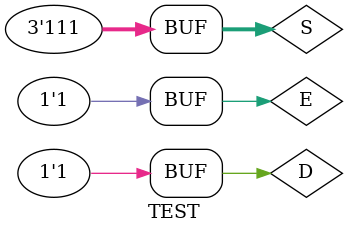
<source format=v>
`timescale 1ns / 1ps


module TEST;

	// Inputs
	reg D;
	reg [2:0] S;
   reg E;
	// Outputs
	wire [7:0] I;

	// Instantiate the Unit Under Test (UUT)
	DEMUX1_8 uut (
		.D(D), 
		.S(S), 
		.I(I),
		.E(E)
	);

	initial begin
		// Initialize Inputs
		 E=0;
		 S=0;
		 #20;
		 E=1;
		 D=1;S=3'b000;
		 #10;D=1;S=3'b001;
		 #10;D=1;S=3'b010;
		 #10;D=1;S=3'b011;
		 #10;D=1;S=3'b100;
		 #10;D=1;S=3'b101;
		 #10;D=1;S=3'b110;
		 #10;D=1;S=3'b111;
		 #10;
	end     
endmodule


</source>
